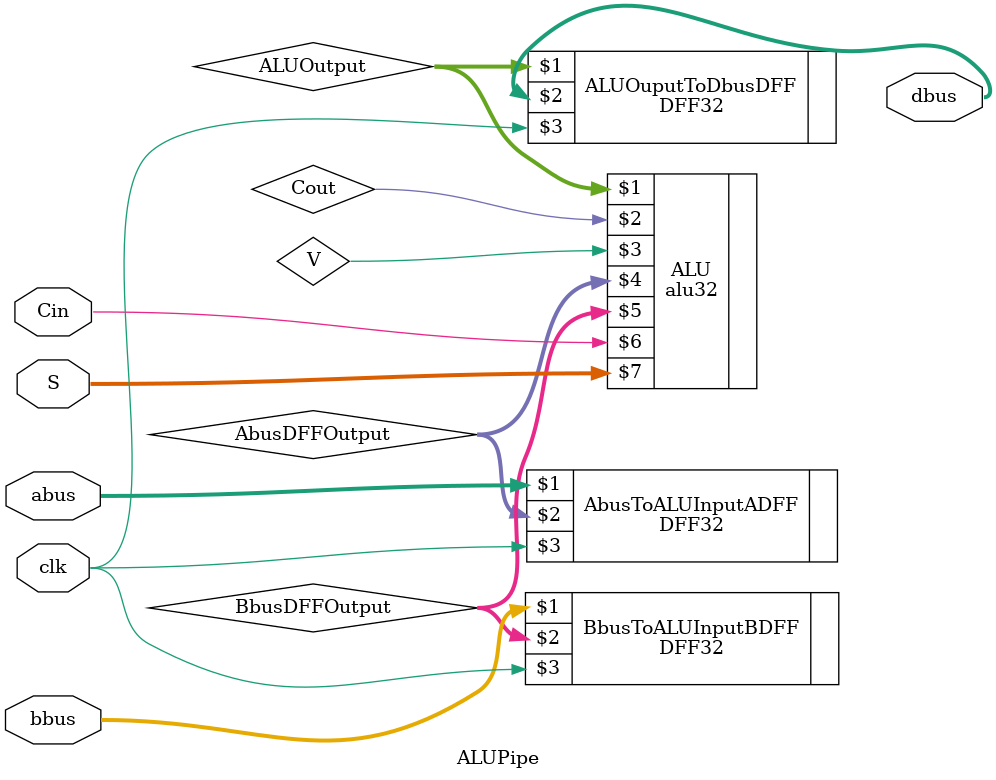
<source format=v>
`timescale 1ns / 1ps

module ALUPipe(abus, bbus, clk, S, Cin, dbus);
    input[31:0] abus, bbus;
    input[2:0] S;
    input clk, Cin;
    wire[31:0] AbusDFFOutput, BbusDFFOutput, ALUOutput;
    wire Cout, V; 
    output[31:0] dbus; 
    
    // D Flip-Flop which takes in abus and outputs ALUInputA
    DFF32 AbusToALUInputADFF(abus, AbusDFFOutput, clk);
    // D Flip-Flop which takes in bbus and outputs ALUInputB
    DFF32 BbusToALUInputBDFF(bbus, BbusDFFOutput, clk);
    // ALU which takes in ALUInputA, ALUInputB, S, Cin and outputs an ALUOutput
    alu32 ALU(ALUOutput, Cout, V, AbusDFFOutput, BbusDFFOutput, Cin, S);
    // D Flip-Flop which takes in ALUOutput and outputs to dbus
    DFF32 ALUOuputToDbusDFF(ALUOutput, dbus, clk);
    
endmodule

</source>
